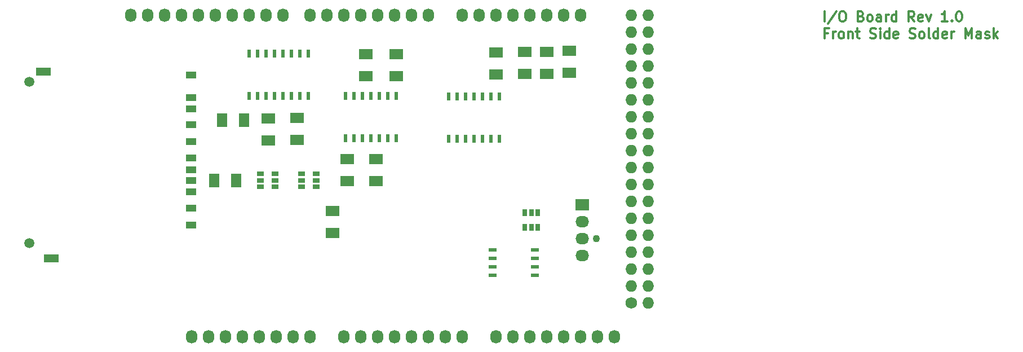
<source format=gbr>
G04 #@! TF.FileFunction,Soldermask,Top*
%FSLAX46Y46*%
G04 Gerber Fmt 4.6, Leading zero omitted, Abs format (unit mm)*
G04 Created by KiCad (PCBNEW 4.0.6) date 11/29/17 13:30:51*
%MOMM*%
%LPD*%
G01*
G04 APERTURE LIST*
%ADD10C,0.100000*%
%ADD11C,0.300000*%
%ADD12C,1.727200*%
%ADD13O,1.727200X1.727200*%
%ADD14O,1.727200X2.032000*%
%ADD15R,1.060000X0.650000*%
%ADD16R,0.508000X1.143000*%
%ADD17R,2.030000X1.730000*%
%ADD18O,2.030000X1.730000*%
%ADD19C,1.100000*%
%ADD20R,2.032000X1.524000*%
%ADD21R,1.524000X2.032000*%
%ADD22R,1.500000X1.000000*%
%ADD23R,2.200000X1.200000*%
%ADD24C,1.500000*%
%ADD25R,1.143000X0.508000*%
%ADD26R,0.650000X1.060000*%
G04 APERTURE END LIST*
D10*
D11*
X226417143Y-71793571D02*
X226417143Y-70293571D01*
X228202857Y-70222143D02*
X226917143Y-72150714D01*
X228988572Y-70293571D02*
X229274286Y-70293571D01*
X229417144Y-70365000D01*
X229560001Y-70507857D01*
X229631429Y-70793571D01*
X229631429Y-71293571D01*
X229560001Y-71579286D01*
X229417144Y-71722143D01*
X229274286Y-71793571D01*
X228988572Y-71793571D01*
X228845715Y-71722143D01*
X228702858Y-71579286D01*
X228631429Y-71293571D01*
X228631429Y-70793571D01*
X228702858Y-70507857D01*
X228845715Y-70365000D01*
X228988572Y-70293571D01*
X231917144Y-71007857D02*
X232131430Y-71079286D01*
X232202858Y-71150714D01*
X232274287Y-71293571D01*
X232274287Y-71507857D01*
X232202858Y-71650714D01*
X232131430Y-71722143D01*
X231988572Y-71793571D01*
X231417144Y-71793571D01*
X231417144Y-70293571D01*
X231917144Y-70293571D01*
X232060001Y-70365000D01*
X232131430Y-70436429D01*
X232202858Y-70579286D01*
X232202858Y-70722143D01*
X232131430Y-70865000D01*
X232060001Y-70936429D01*
X231917144Y-71007857D01*
X231417144Y-71007857D01*
X233131430Y-71793571D02*
X232988572Y-71722143D01*
X232917144Y-71650714D01*
X232845715Y-71507857D01*
X232845715Y-71079286D01*
X232917144Y-70936429D01*
X232988572Y-70865000D01*
X233131430Y-70793571D01*
X233345715Y-70793571D01*
X233488572Y-70865000D01*
X233560001Y-70936429D01*
X233631430Y-71079286D01*
X233631430Y-71507857D01*
X233560001Y-71650714D01*
X233488572Y-71722143D01*
X233345715Y-71793571D01*
X233131430Y-71793571D01*
X234917144Y-71793571D02*
X234917144Y-71007857D01*
X234845715Y-70865000D01*
X234702858Y-70793571D01*
X234417144Y-70793571D01*
X234274287Y-70865000D01*
X234917144Y-71722143D02*
X234774287Y-71793571D01*
X234417144Y-71793571D01*
X234274287Y-71722143D01*
X234202858Y-71579286D01*
X234202858Y-71436429D01*
X234274287Y-71293571D01*
X234417144Y-71222143D01*
X234774287Y-71222143D01*
X234917144Y-71150714D01*
X235631430Y-71793571D02*
X235631430Y-70793571D01*
X235631430Y-71079286D02*
X235702858Y-70936429D01*
X235774287Y-70865000D01*
X235917144Y-70793571D01*
X236060001Y-70793571D01*
X237202858Y-71793571D02*
X237202858Y-70293571D01*
X237202858Y-71722143D02*
X237060001Y-71793571D01*
X236774287Y-71793571D01*
X236631429Y-71722143D01*
X236560001Y-71650714D01*
X236488572Y-71507857D01*
X236488572Y-71079286D01*
X236560001Y-70936429D01*
X236631429Y-70865000D01*
X236774287Y-70793571D01*
X237060001Y-70793571D01*
X237202858Y-70865000D01*
X239917144Y-71793571D02*
X239417144Y-71079286D01*
X239060001Y-71793571D02*
X239060001Y-70293571D01*
X239631429Y-70293571D01*
X239774287Y-70365000D01*
X239845715Y-70436429D01*
X239917144Y-70579286D01*
X239917144Y-70793571D01*
X239845715Y-70936429D01*
X239774287Y-71007857D01*
X239631429Y-71079286D01*
X239060001Y-71079286D01*
X241131429Y-71722143D02*
X240988572Y-71793571D01*
X240702858Y-71793571D01*
X240560001Y-71722143D01*
X240488572Y-71579286D01*
X240488572Y-71007857D01*
X240560001Y-70865000D01*
X240702858Y-70793571D01*
X240988572Y-70793571D01*
X241131429Y-70865000D01*
X241202858Y-71007857D01*
X241202858Y-71150714D01*
X240488572Y-71293571D01*
X241702858Y-70793571D02*
X242060001Y-71793571D01*
X242417143Y-70793571D01*
X244917143Y-71793571D02*
X244060000Y-71793571D01*
X244488572Y-71793571D02*
X244488572Y-70293571D01*
X244345715Y-70507857D01*
X244202857Y-70650714D01*
X244060000Y-70722143D01*
X245560000Y-71650714D02*
X245631428Y-71722143D01*
X245560000Y-71793571D01*
X245488571Y-71722143D01*
X245560000Y-71650714D01*
X245560000Y-71793571D01*
X246560000Y-70293571D02*
X246702857Y-70293571D01*
X246845714Y-70365000D01*
X246917143Y-70436429D01*
X246988572Y-70579286D01*
X247060000Y-70865000D01*
X247060000Y-71222143D01*
X246988572Y-71507857D01*
X246917143Y-71650714D01*
X246845714Y-71722143D01*
X246702857Y-71793571D01*
X246560000Y-71793571D01*
X246417143Y-71722143D01*
X246345714Y-71650714D01*
X246274286Y-71507857D01*
X246202857Y-71222143D01*
X246202857Y-70865000D01*
X246274286Y-70579286D01*
X246345714Y-70436429D01*
X246417143Y-70365000D01*
X246560000Y-70293571D01*
X226917143Y-73557857D02*
X226417143Y-73557857D01*
X226417143Y-74343571D02*
X226417143Y-72843571D01*
X227131429Y-72843571D01*
X227702857Y-74343571D02*
X227702857Y-73343571D01*
X227702857Y-73629286D02*
X227774285Y-73486429D01*
X227845714Y-73415000D01*
X227988571Y-73343571D01*
X228131428Y-73343571D01*
X228845714Y-74343571D02*
X228702856Y-74272143D01*
X228631428Y-74200714D01*
X228559999Y-74057857D01*
X228559999Y-73629286D01*
X228631428Y-73486429D01*
X228702856Y-73415000D01*
X228845714Y-73343571D01*
X229059999Y-73343571D01*
X229202856Y-73415000D01*
X229274285Y-73486429D01*
X229345714Y-73629286D01*
X229345714Y-74057857D01*
X229274285Y-74200714D01*
X229202856Y-74272143D01*
X229059999Y-74343571D01*
X228845714Y-74343571D01*
X229988571Y-73343571D02*
X229988571Y-74343571D01*
X229988571Y-73486429D02*
X230059999Y-73415000D01*
X230202857Y-73343571D01*
X230417142Y-73343571D01*
X230559999Y-73415000D01*
X230631428Y-73557857D01*
X230631428Y-74343571D01*
X231131428Y-73343571D02*
X231702857Y-73343571D01*
X231345714Y-72843571D02*
X231345714Y-74129286D01*
X231417142Y-74272143D01*
X231560000Y-74343571D01*
X231702857Y-74343571D01*
X233274285Y-74272143D02*
X233488571Y-74343571D01*
X233845714Y-74343571D01*
X233988571Y-74272143D01*
X234060000Y-74200714D01*
X234131428Y-74057857D01*
X234131428Y-73915000D01*
X234060000Y-73772143D01*
X233988571Y-73700714D01*
X233845714Y-73629286D01*
X233560000Y-73557857D01*
X233417142Y-73486429D01*
X233345714Y-73415000D01*
X233274285Y-73272143D01*
X233274285Y-73129286D01*
X233345714Y-72986429D01*
X233417142Y-72915000D01*
X233560000Y-72843571D01*
X233917142Y-72843571D01*
X234131428Y-72915000D01*
X234774285Y-74343571D02*
X234774285Y-73343571D01*
X234774285Y-72843571D02*
X234702856Y-72915000D01*
X234774285Y-72986429D01*
X234845713Y-72915000D01*
X234774285Y-72843571D01*
X234774285Y-72986429D01*
X236131428Y-74343571D02*
X236131428Y-72843571D01*
X236131428Y-74272143D02*
X235988571Y-74343571D01*
X235702857Y-74343571D01*
X235559999Y-74272143D01*
X235488571Y-74200714D01*
X235417142Y-74057857D01*
X235417142Y-73629286D01*
X235488571Y-73486429D01*
X235559999Y-73415000D01*
X235702857Y-73343571D01*
X235988571Y-73343571D01*
X236131428Y-73415000D01*
X237417142Y-74272143D02*
X237274285Y-74343571D01*
X236988571Y-74343571D01*
X236845714Y-74272143D01*
X236774285Y-74129286D01*
X236774285Y-73557857D01*
X236845714Y-73415000D01*
X236988571Y-73343571D01*
X237274285Y-73343571D01*
X237417142Y-73415000D01*
X237488571Y-73557857D01*
X237488571Y-73700714D01*
X236774285Y-73843571D01*
X239202856Y-74272143D02*
X239417142Y-74343571D01*
X239774285Y-74343571D01*
X239917142Y-74272143D01*
X239988571Y-74200714D01*
X240059999Y-74057857D01*
X240059999Y-73915000D01*
X239988571Y-73772143D01*
X239917142Y-73700714D01*
X239774285Y-73629286D01*
X239488571Y-73557857D01*
X239345713Y-73486429D01*
X239274285Y-73415000D01*
X239202856Y-73272143D01*
X239202856Y-73129286D01*
X239274285Y-72986429D01*
X239345713Y-72915000D01*
X239488571Y-72843571D01*
X239845713Y-72843571D01*
X240059999Y-72915000D01*
X240917142Y-74343571D02*
X240774284Y-74272143D01*
X240702856Y-74200714D01*
X240631427Y-74057857D01*
X240631427Y-73629286D01*
X240702856Y-73486429D01*
X240774284Y-73415000D01*
X240917142Y-73343571D01*
X241131427Y-73343571D01*
X241274284Y-73415000D01*
X241345713Y-73486429D01*
X241417142Y-73629286D01*
X241417142Y-74057857D01*
X241345713Y-74200714D01*
X241274284Y-74272143D01*
X241131427Y-74343571D01*
X240917142Y-74343571D01*
X242274285Y-74343571D02*
X242131427Y-74272143D01*
X242059999Y-74129286D01*
X242059999Y-72843571D01*
X243488570Y-74343571D02*
X243488570Y-72843571D01*
X243488570Y-74272143D02*
X243345713Y-74343571D01*
X243059999Y-74343571D01*
X242917141Y-74272143D01*
X242845713Y-74200714D01*
X242774284Y-74057857D01*
X242774284Y-73629286D01*
X242845713Y-73486429D01*
X242917141Y-73415000D01*
X243059999Y-73343571D01*
X243345713Y-73343571D01*
X243488570Y-73415000D01*
X244774284Y-74272143D02*
X244631427Y-74343571D01*
X244345713Y-74343571D01*
X244202856Y-74272143D01*
X244131427Y-74129286D01*
X244131427Y-73557857D01*
X244202856Y-73415000D01*
X244345713Y-73343571D01*
X244631427Y-73343571D01*
X244774284Y-73415000D01*
X244845713Y-73557857D01*
X244845713Y-73700714D01*
X244131427Y-73843571D01*
X245488570Y-74343571D02*
X245488570Y-73343571D01*
X245488570Y-73629286D02*
X245559998Y-73486429D01*
X245631427Y-73415000D01*
X245774284Y-73343571D01*
X245917141Y-73343571D01*
X247559998Y-74343571D02*
X247559998Y-72843571D01*
X248059998Y-73915000D01*
X248559998Y-72843571D01*
X248559998Y-74343571D01*
X249917141Y-74343571D02*
X249917141Y-73557857D01*
X249845712Y-73415000D01*
X249702855Y-73343571D01*
X249417141Y-73343571D01*
X249274284Y-73415000D01*
X249917141Y-74272143D02*
X249774284Y-74343571D01*
X249417141Y-74343571D01*
X249274284Y-74272143D01*
X249202855Y-74129286D01*
X249202855Y-73986429D01*
X249274284Y-73843571D01*
X249417141Y-73772143D01*
X249774284Y-73772143D01*
X249917141Y-73700714D01*
X250559998Y-74272143D02*
X250702855Y-74343571D01*
X250988570Y-74343571D01*
X251131427Y-74272143D01*
X251202855Y-74129286D01*
X251202855Y-74057857D01*
X251131427Y-73915000D01*
X250988570Y-73843571D01*
X250774284Y-73843571D01*
X250631427Y-73772143D01*
X250559998Y-73629286D01*
X250559998Y-73557857D01*
X250631427Y-73415000D01*
X250774284Y-73343571D01*
X250988570Y-73343571D01*
X251131427Y-73415000D01*
X251845713Y-74343571D02*
X251845713Y-72843571D01*
X251988570Y-73772143D02*
X252417141Y-74343571D01*
X252417141Y-73343571D02*
X251845713Y-73915000D01*
D12*
X197358000Y-114046000D03*
D13*
X199898000Y-114046000D03*
X197358000Y-111506000D03*
X199898000Y-111506000D03*
X197358000Y-108966000D03*
X199898000Y-108966000D03*
X197358000Y-106426000D03*
X199898000Y-106426000D03*
X197358000Y-103886000D03*
X199898000Y-103886000D03*
X197358000Y-101346000D03*
X199898000Y-101346000D03*
X197358000Y-98806000D03*
X199898000Y-98806000D03*
X197358000Y-96266000D03*
X199898000Y-96266000D03*
X197358000Y-93726000D03*
X199898000Y-93726000D03*
X197358000Y-91186000D03*
X199898000Y-91186000D03*
X197358000Y-88646000D03*
X199898000Y-88646000D03*
X197358000Y-86106000D03*
X199898000Y-86106000D03*
X197358000Y-83566000D03*
X199898000Y-83566000D03*
X197358000Y-81026000D03*
X199898000Y-81026000D03*
X197358000Y-78486000D03*
X199898000Y-78486000D03*
X197358000Y-75946000D03*
X199898000Y-75946000D03*
X197358000Y-73406000D03*
X199898000Y-73406000D03*
X197358000Y-70866000D03*
X199898000Y-70866000D03*
D14*
X131318000Y-119126000D03*
X133858000Y-119126000D03*
X136398000Y-119126000D03*
X138938000Y-119126000D03*
X141478000Y-119126000D03*
X144018000Y-119126000D03*
X146558000Y-119126000D03*
X149098000Y-119126000D03*
X154178000Y-119126000D03*
X156718000Y-119126000D03*
X159258000Y-119126000D03*
X161798000Y-119126000D03*
X164338000Y-119126000D03*
X166878000Y-119126000D03*
X169418000Y-119126000D03*
X171958000Y-119126000D03*
X177038000Y-119126000D03*
X179578000Y-119126000D03*
X182118000Y-119126000D03*
X184658000Y-119126000D03*
X187198000Y-119126000D03*
X189738000Y-119126000D03*
X192278000Y-119126000D03*
X194818000Y-119126000D03*
X122174000Y-70866000D03*
X124714000Y-70866000D03*
X127254000Y-70866000D03*
X129794000Y-70866000D03*
X132334000Y-70866000D03*
X134874000Y-70866000D03*
X137414000Y-70866000D03*
X139954000Y-70866000D03*
X142494000Y-70866000D03*
X145034000Y-70866000D03*
X149098000Y-70866000D03*
X151638000Y-70866000D03*
X154178000Y-70866000D03*
X156718000Y-70866000D03*
X159258000Y-70866000D03*
X161798000Y-70866000D03*
X164338000Y-70866000D03*
X166878000Y-70866000D03*
X171958000Y-70866000D03*
X174498000Y-70866000D03*
X177038000Y-70866000D03*
X179578000Y-70866000D03*
X182118000Y-70866000D03*
X184658000Y-70866000D03*
X187198000Y-70866000D03*
X189738000Y-70866000D03*
D15*
X150071000Y-96581000D03*
X150071000Y-95631000D03*
X150071000Y-94681000D03*
X147871000Y-94681000D03*
X147871000Y-96581000D03*
X147871000Y-95631000D03*
D16*
X139954000Y-76581000D03*
X142494000Y-76581000D03*
X143764000Y-76581000D03*
X145034000Y-76581000D03*
X146304000Y-76581000D03*
X147574000Y-76581000D03*
X148844000Y-76581000D03*
X148844000Y-82931000D03*
X147574000Y-82931000D03*
X146304000Y-82931000D03*
X145034000Y-82931000D03*
X143764000Y-82931000D03*
X142494000Y-82931000D03*
X141224000Y-82931000D03*
X139954000Y-82931000D03*
X141224000Y-76581000D03*
X169926000Y-89408000D03*
X171196000Y-89408000D03*
X172466000Y-89408000D03*
X173736000Y-89408000D03*
X175006000Y-89408000D03*
X176276000Y-89408000D03*
X177546000Y-89408000D03*
X177546000Y-83058000D03*
X176276000Y-83058000D03*
X173736000Y-83058000D03*
X172466000Y-83058000D03*
X171196000Y-83058000D03*
X169926000Y-83058000D03*
X175006000Y-83058000D03*
X154432000Y-89281000D03*
X155702000Y-89281000D03*
X156972000Y-89281000D03*
X158242000Y-89281000D03*
X159512000Y-89281000D03*
X160782000Y-89281000D03*
X162052000Y-89281000D03*
X162052000Y-82931000D03*
X160782000Y-82931000D03*
X158242000Y-82931000D03*
X156972000Y-82931000D03*
X155702000Y-82931000D03*
X154432000Y-82931000D03*
X159512000Y-82931000D03*
D17*
X189992000Y-99314000D03*
D18*
X189992000Y-101854000D03*
X189992000Y-104394000D03*
X189992000Y-106934000D03*
D19*
X192152000Y-104394000D03*
D20*
X147193000Y-89535000D03*
X147193000Y-86233000D03*
D21*
X139192000Y-86614000D03*
X135890000Y-86614000D03*
D20*
X184658000Y-76327000D03*
X184658000Y-79629000D03*
X181356000Y-76327000D03*
X181356000Y-79629000D03*
X154686000Y-95758000D03*
X154686000Y-92456000D03*
X162052000Y-76708000D03*
X162052000Y-80010000D03*
X188087000Y-76200000D03*
X188087000Y-79502000D03*
X159004000Y-95758000D03*
X159004000Y-92456000D03*
X142875000Y-86360000D03*
X142875000Y-89662000D03*
X177038000Y-76454000D03*
X177038000Y-79756000D03*
X157480000Y-76708000D03*
X157480000Y-80010000D03*
D22*
X131276000Y-99815000D03*
X131276000Y-97315000D03*
X131276000Y-94015000D03*
X131276000Y-92315000D03*
X131276000Y-89815000D03*
X131276000Y-87315000D03*
X131276000Y-84895000D03*
X131276000Y-83195000D03*
X131276000Y-102315000D03*
X131276000Y-95665000D03*
X131276000Y-79845000D03*
D23*
X110276000Y-107345000D03*
X109076000Y-79345000D03*
D24*
X106976000Y-105045000D03*
X106976000Y-80845000D03*
D21*
X138049000Y-95631000D03*
X134747000Y-95631000D03*
D20*
X152527000Y-103505000D03*
X152527000Y-100203000D03*
D15*
X143848000Y-96581000D03*
X143848000Y-95631000D03*
X143848000Y-94681000D03*
X141648000Y-94681000D03*
X141648000Y-96581000D03*
X141648000Y-95631000D03*
D25*
X182880000Y-106045000D03*
X182880000Y-107315000D03*
X182880000Y-108585000D03*
X182880000Y-109855000D03*
X176530000Y-109855000D03*
X176530000Y-108585000D03*
X176530000Y-107315000D03*
X176530000Y-106045000D03*
D26*
X181422000Y-102700000D03*
X182372000Y-102700000D03*
X183322000Y-102700000D03*
X183322000Y-100500000D03*
X181422000Y-100500000D03*
X182372000Y-100500000D03*
M02*

</source>
